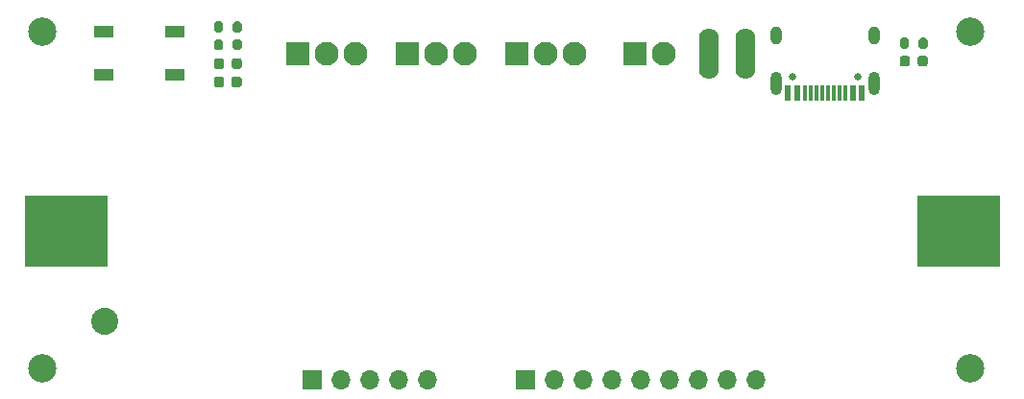
<source format=gbs>
G04 #@! TF.GenerationSoftware,KiCad,Pcbnew,(5.1.12)-1*
G04 #@! TF.CreationDate,2022-06-29T22:30:10+05:00*
G04 #@! TF.ProjectId,YNXT-WM01,594e5854-2d57-44d3-9031-2e6b69636164,rev?*
G04 #@! TF.SameCoordinates,Original*
G04 #@! TF.FileFunction,Soldermask,Bot*
G04 #@! TF.FilePolarity,Negative*
%FSLAX46Y46*%
G04 Gerber Fmt 4.6, Leading zero omitted, Abs format (unit mm)*
G04 Created by KiCad (PCBNEW (5.1.12)-1) date 2022-06-29 22:30:10*
%MOMM*%
%LPD*%
G01*
G04 APERTURE LIST*
%ADD10R,7.340000X6.350000*%
%ADD11C,2.390000*%
%ADD12R,1.700000X1.700000*%
%ADD13O,1.700000X1.700000*%
%ADD14O,1.750000X4.500000*%
%ADD15C,2.100000*%
%ADD16R,2.100000X2.100000*%
%ADD17R,1.700000X1.000000*%
%ADD18O,1.000000X1.600000*%
%ADD19C,0.650000*%
%ADD20O,1.000000X2.100000*%
%ADD21R,0.300000X1.450000*%
%ADD22R,0.600000X1.450000*%
%ADD23C,2.500000*%
G04 APERTURE END LIST*
D10*
X93888001Y-112455001D03*
X172548001Y-112455001D03*
D11*
X97288001Y-120455001D03*
D12*
X115570000Y-125603000D03*
D13*
X118110000Y-125603000D03*
X120650000Y-125603000D03*
X123190000Y-125603000D03*
X125730000Y-125603000D03*
D14*
X153771000Y-96774000D03*
X150521000Y-96774000D03*
D15*
X146558000Y-96774000D03*
D16*
X144018000Y-96774000D03*
G36*
G01*
X108465500Y-99564000D02*
X108465500Y-99064000D01*
G75*
G02*
X108690500Y-98839000I225000J0D01*
G01*
X109140500Y-98839000D01*
G75*
G02*
X109365500Y-99064000I0J-225000D01*
G01*
X109365500Y-99564000D01*
G75*
G02*
X109140500Y-99789000I-225000J0D01*
G01*
X108690500Y-99789000D01*
G75*
G02*
X108465500Y-99564000I0J225000D01*
G01*
G37*
G36*
G01*
X106915500Y-99564000D02*
X106915500Y-99064000D01*
G75*
G02*
X107140500Y-98839000I225000J0D01*
G01*
X107590500Y-98839000D01*
G75*
G02*
X107815500Y-99064000I0J-225000D01*
G01*
X107815500Y-99564000D01*
G75*
G02*
X107590500Y-99789000I-225000J0D01*
G01*
X107140500Y-99789000D01*
G75*
G02*
X106915500Y-99564000I0J225000D01*
G01*
G37*
G36*
G01*
X167380200Y-97728750D02*
X167380200Y-97216250D01*
G75*
G02*
X167598950Y-96997500I218750J0D01*
G01*
X168036450Y-96997500D01*
G75*
G02*
X168255200Y-97216250I0J-218750D01*
G01*
X168255200Y-97728750D01*
G75*
G02*
X168036450Y-97947500I-218750J0D01*
G01*
X167598950Y-97947500D01*
G75*
G02*
X167380200Y-97728750I0J218750D01*
G01*
G37*
G36*
G01*
X168955200Y-97728750D02*
X168955200Y-97216250D01*
G75*
G02*
X169173950Y-96997500I218750J0D01*
G01*
X169611450Y-96997500D01*
G75*
G02*
X169830200Y-97216250I0J-218750D01*
G01*
X169830200Y-97728750D01*
G75*
G02*
X169611450Y-97947500I-218750J0D01*
G01*
X169173950Y-97947500D01*
G75*
G02*
X168955200Y-97728750I0J218750D01*
G01*
G37*
X114300000Y-96774000D03*
D15*
X116840000Y-96774000D03*
X119380000Y-96774000D03*
X129032000Y-96774000D03*
X126492000Y-96774000D03*
D16*
X123952000Y-96774000D03*
X133604000Y-96774000D03*
D15*
X136144000Y-96774000D03*
X138684000Y-96774000D03*
G36*
G01*
X107727700Y-94174900D02*
X107727700Y-94724900D01*
G75*
G02*
X107527700Y-94924900I-200000J0D01*
G01*
X107127700Y-94924900D01*
G75*
G02*
X106927700Y-94724900I0J200000D01*
G01*
X106927700Y-94174900D01*
G75*
G02*
X107127700Y-93974900I200000J0D01*
G01*
X107527700Y-93974900D01*
G75*
G02*
X107727700Y-94174900I0J-200000D01*
G01*
G37*
G36*
G01*
X109377700Y-94174900D02*
X109377700Y-94724900D01*
G75*
G02*
X109177700Y-94924900I-200000J0D01*
G01*
X108777700Y-94924900D01*
G75*
G02*
X108577700Y-94724900I0J200000D01*
G01*
X108577700Y-94174900D01*
G75*
G02*
X108777700Y-93974900I200000J0D01*
G01*
X109177700Y-93974900D01*
G75*
G02*
X109377700Y-94174900I0J-200000D01*
G01*
G37*
G36*
G01*
X167380200Y-96160000D02*
X167380200Y-95610000D01*
G75*
G02*
X167580200Y-95410000I200000J0D01*
G01*
X167980200Y-95410000D01*
G75*
G02*
X168180200Y-95610000I0J-200000D01*
G01*
X168180200Y-96160000D01*
G75*
G02*
X167980200Y-96360000I-200000J0D01*
G01*
X167580200Y-96360000D01*
G75*
G02*
X167380200Y-96160000I0J200000D01*
G01*
G37*
G36*
G01*
X169030200Y-96160000D02*
X169030200Y-95610000D01*
G75*
G02*
X169230200Y-95410000I200000J0D01*
G01*
X169630200Y-95410000D01*
G75*
G02*
X169830200Y-95610000I0J-200000D01*
G01*
X169830200Y-96160000D01*
G75*
G02*
X169630200Y-96360000I-200000J0D01*
G01*
X169230200Y-96360000D01*
G75*
G02*
X169030200Y-96160000I0J200000D01*
G01*
G37*
D17*
X103480000Y-94874000D03*
X97180000Y-94874000D03*
X103480000Y-98674000D03*
X97180000Y-98674000D03*
G36*
G01*
X109378200Y-97432150D02*
X109378200Y-97944650D01*
G75*
G02*
X109159450Y-98163400I-218750J0D01*
G01*
X108721950Y-98163400D01*
G75*
G02*
X108503200Y-97944650I0J218750D01*
G01*
X108503200Y-97432150D01*
G75*
G02*
X108721950Y-97213400I218750J0D01*
G01*
X109159450Y-97213400D01*
G75*
G02*
X109378200Y-97432150I0J-218750D01*
G01*
G37*
G36*
G01*
X107803200Y-97432150D02*
X107803200Y-97944650D01*
G75*
G02*
X107584450Y-98163400I-218750J0D01*
G01*
X107146950Y-98163400D01*
G75*
G02*
X106928200Y-97944650I0J218750D01*
G01*
X106928200Y-97432150D01*
G75*
G02*
X107146950Y-97213400I218750J0D01*
G01*
X107584450Y-97213400D01*
G75*
G02*
X107803200Y-97432150I0J-218750D01*
G01*
G37*
G36*
G01*
X106928200Y-96312400D02*
X106928200Y-95762400D01*
G75*
G02*
X107128200Y-95562400I200000J0D01*
G01*
X107528200Y-95562400D01*
G75*
G02*
X107728200Y-95762400I0J-200000D01*
G01*
X107728200Y-96312400D01*
G75*
G02*
X107528200Y-96512400I-200000J0D01*
G01*
X107128200Y-96512400D01*
G75*
G02*
X106928200Y-96312400I0J200000D01*
G01*
G37*
G36*
G01*
X108578200Y-96312400D02*
X108578200Y-95762400D01*
G75*
G02*
X108778200Y-95562400I200000J0D01*
G01*
X109178200Y-95562400D01*
G75*
G02*
X109378200Y-95762400I0J-200000D01*
G01*
X109378200Y-96312400D01*
G75*
G02*
X109178200Y-96512400I-200000J0D01*
G01*
X108778200Y-96512400D01*
G75*
G02*
X108578200Y-96312400I0J200000D01*
G01*
G37*
D18*
X165102000Y-95216000D03*
D19*
X163672000Y-98866000D03*
D18*
X156462000Y-95216000D03*
D19*
X157892000Y-98866000D03*
D20*
X156462000Y-99396000D03*
X165102000Y-99396000D03*
D21*
X160532000Y-100311000D03*
X162532000Y-100311000D03*
X162032000Y-100311000D03*
X161532000Y-100311000D03*
X161032000Y-100311000D03*
X160032000Y-100311000D03*
X159532000Y-100311000D03*
X159032000Y-100311000D03*
D22*
X164032000Y-100311000D03*
X163232000Y-100311000D03*
X158332000Y-100311000D03*
X157532000Y-100311000D03*
X157532000Y-100311000D03*
X158332000Y-100311000D03*
X163232000Y-100311000D03*
X164032000Y-100311000D03*
D23*
X173609000Y-94869000D03*
X173609000Y-124587000D03*
X91821000Y-124587000D03*
X91821000Y-94869000D03*
D12*
X134366000Y-125603000D03*
D13*
X136906000Y-125603000D03*
X139446000Y-125603000D03*
X141986000Y-125603000D03*
X144526000Y-125603000D03*
X147066000Y-125603000D03*
X149606000Y-125603000D03*
X152146000Y-125603000D03*
X154686000Y-125603000D03*
M02*

</source>
